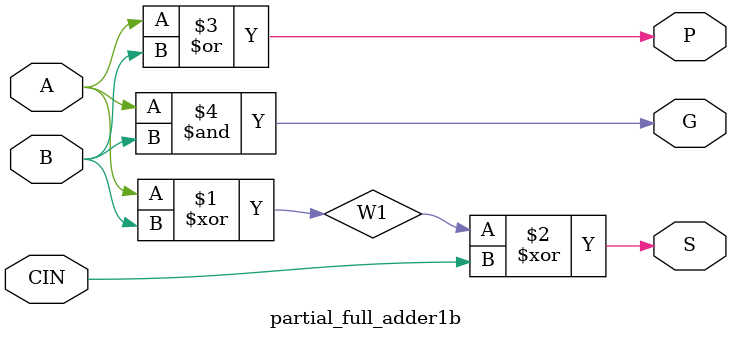
<source format=v>
/* Partial Adder, recebe dois números de 1 bit, A e B, e um carry in CIN.
Suas saídas são:
S - Soma (A ^ B ^ CIN)
P - Propagate, verifica se A e B propagam um carry. 1 caso propaga, 0 caso contrário. (A | N) 
G - Generate, verifica se A e B geram um carry. 1 caso gere, 0 caso contrário (A & B) */
module partial_full_adder1b (
    input A, B, CIN,
    output S, P, G
);
wire W1;

    xor U1 (W1, A, B);
    xor U2 (S, W1, CIN);
    or U3 (P, A, B);
    and U4 (G, A, B);

endmodule
</source>
